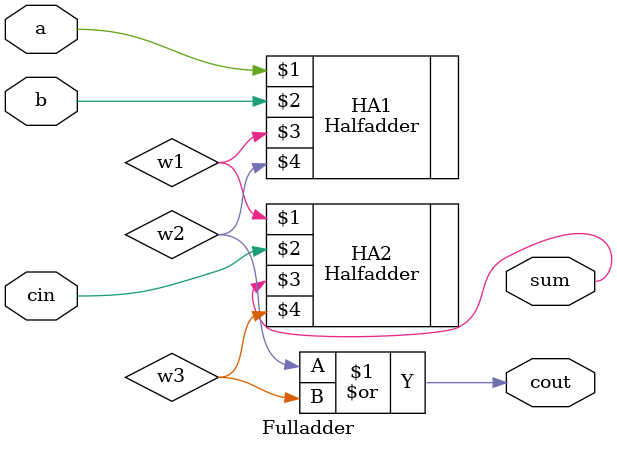
<source format=sv>
module pipelined_multiplier(x,y,z,clk);
input [3:0]x,y;                                                                                   //4-bit input multiplier
input clk; 
output [7:0]z;               // 8 bit output
wire [3:0]PP1,PP2,PP3,PP4;                                                     //Partial products
wire [3:0]s1,s2,s3;
wire c1,c2,c3;

//for pipelining
reg
L1_13,L1_12,L1_11,L1_10,L1_9,L1_8,L1_7,L1_6,L1_5,L1_4,L1_3,L1_2,L1_1,       //latches for storing temperory values
L1_0;                                                                      
reg L2_10,L2_9,L2_8,L2_7,L2_6,L2_5,L2_4,L2_3,L2_2,L2_1,L2_0;               //latches for storing temperory values
reg L3_7,L3_6,L3_5,L3_4,L3_3,L3_2,L3_1,L3_0;                                       //latches for storing temperory values
//partial products
assign PP1 = x & {4{y[0]}};                   //replication for taking bitwise AND operation
assign PP2 = x & {4{y[1]}};                //replication for taking bitwise AND operation
assign PP3 = x & {4{y[2]}};             //replication for taking bitwise AND operation
assign PP4 = x & {4{y[3]}};           //replication for taking bitwise AND operation

RCA A1({1'b0,PP1[3:1]},PP2,s1,c1);      //(a,b,sum,cout)                           //concatenation
RCA A2({L1_5,L1_4,L1_3,L1_2},{L1_9,L1_8,L1_7,L1_6},s2,c2);               //concatenation
RCA A3({L2_10,L2_9,L2_8,L2_7},{L2_6,L2_5,L2_4,L2_3},s3,c3);           //concatenation

assign z = {L3_7,L3_6,L3_5,L3_4,L3_3,L3_2,L3_1,L3_0};

always @(posedge(clk))                                          //stage 1
{L1_13,L1_12,L1_11,L1_10,L1_9,L1_8,L1_7,L1_6,L1_5,L1_4,L1_3,L1_2,L1_1,L1_0} <= {PP4,PP3,c1,s1,PP1[0]};

always @(posedge(clk))                                      //stage 2
{L2_10,L2_9,L2_8,L2_7,L2_6,L2_5,L2_4,L2_3,L2_2,L2_1,L2_0} <= {L1_13,L1_12,L1_11,L1_10,c2,s2,L1_1,L1_0};

always @(posedge(clk))                                   //stage 3
{L3_7,L3_6,L3_5,L3_4,L3_3,L3_2,L3_1,L3_0} <= {c3,s3,L2_2,L2_1,L2_0};
endmodule

//4 bit Ripple Carry Adder module using 1HA and 3FA 
module RCA(a,b,sum,cout);
input [3:0]a,b;
output [3:0]sum;
output cout;
wire t1,t2,t3;
Halfadder HA(a[0],b[0],sum[0],t1);                                                      //(a,b,sum,cout)
Fulladder FA1(a[1],b[1],t1,sum[1],t2);                                             //(a,b,cin,sum,cout)
Fulladder FA2(a[2],b[2],t2,sum[2],t3);                                           //(a,b,cin,sum,cout)
Fulladder FA3(a[3],b[3],t3,sum[3],cout);                                     //(a,b,cin,sum,cout)
endmodule

module Fulladder(a,b,cin,sum,cout);
 input  a,b,cin;
output sum,cout;
wire   w1,w2,w3;
Halfadder HA1(a,b,w1,w2);//(a,b,sum,cout)
Halfadder HA2(w1,cin,sum,w3);
assign cout=w2|w3;
endmodule

</source>
